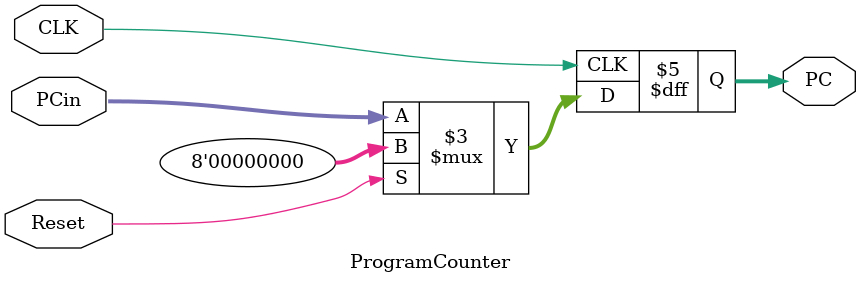
<source format=v>
`timescale 1ns / 1ps
module ProgramCounter #(parameter Width = 8)
							(input CLK,Reset,
							input [Width - 1: 0]PCin,
							output reg [Width - 1: 0]PC);
			
			
			always @(posedge CLK) begin
				if (Reset) PC<= 0;
				else PC <= PCin;
			end

endmodule


</source>
